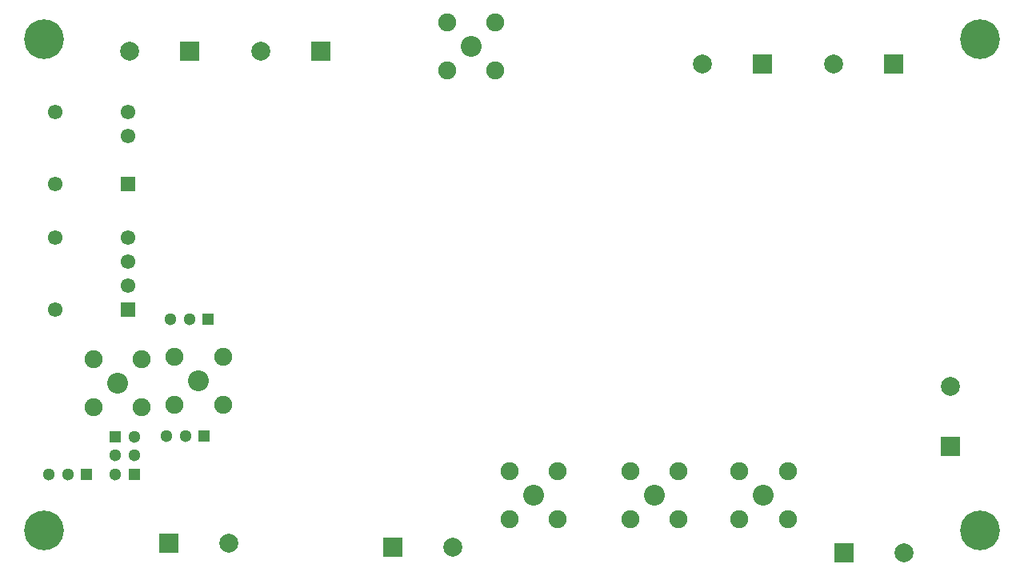
<source format=gbs>
G04*
G04 #@! TF.GenerationSoftware,Altium Limited,Altium Designer,22.0.2 (36)*
G04*
G04 Layer_Color=16711935*
%FSLAX44Y44*%
%MOMM*%
G71*
G04*
G04 #@! TF.SameCoordinates,A00C5D83-CF48-4284-9485-F4BE2AF80D81*
G04*
G04*
G04 #@! TF.FilePolarity,Negative*
G04*
G01*
G75*
%ADD59C,1.9050*%
%ADD60C,2.2098*%
%ADD61R,1.3000X1.3000*%
%ADD62C,1.3000*%
%ADD63R,2.0032X2.0032*%
%ADD64C,2.0032*%
%ADD65R,2.0032X2.0032*%
%ADD66C,4.2032*%
%ADD67C,1.5500*%
%ADD68R,1.5500X1.5500*%
%ADD69R,1.3000X1.3000*%
D59*
X103250Y181750D02*
D03*
Y130696D02*
D03*
X52196D02*
D03*
Y181750D02*
D03*
X671527Y63304D02*
D03*
Y12250D02*
D03*
X620473D02*
D03*
Y63304D02*
D03*
X786777D02*
D03*
Y12250D02*
D03*
X735723D02*
D03*
Y63304D02*
D03*
X189000Y184304D02*
D03*
Y133250D02*
D03*
X137946D02*
D03*
Y184304D02*
D03*
X543500Y63304D02*
D03*
Y12250D02*
D03*
X492446D02*
D03*
Y63304D02*
D03*
X477527Y486973D02*
D03*
X426473D02*
D03*
Y538027D02*
D03*
X477527D02*
D03*
D60*
X77723Y156223D02*
D03*
X646000Y37777D02*
D03*
X761250D02*
D03*
X163473Y158777D02*
D03*
X517973Y37777D02*
D03*
X452000Y512500D02*
D03*
D61*
X173709Y223750D02*
D03*
X169250Y100250D02*
D03*
X45000Y59500D02*
D03*
D62*
X153709Y223750D02*
D03*
X133709D02*
D03*
X95000Y99750D02*
D03*
Y79750D02*
D03*
X75000Y59750D02*
D03*
Y79750D02*
D03*
X149250Y100250D02*
D03*
X129250D02*
D03*
X5000Y59500D02*
D03*
X25000D02*
D03*
D63*
X898587Y493924D02*
D03*
X760338D02*
D03*
X846641Y-23423D02*
D03*
X368500Y-17500D02*
D03*
X131500Y-13000D02*
D03*
X153500Y507500D02*
D03*
X293000D02*
D03*
D64*
X835087Y493924D02*
D03*
X696838D02*
D03*
X958849Y152770D02*
D03*
X910141Y-23423D02*
D03*
X432000Y-17500D02*
D03*
X195000Y-13000D02*
D03*
X90000Y507500D02*
D03*
X229500D02*
D03*
D65*
X958849Y89270D02*
D03*
D66*
X990000Y520000D02*
D03*
Y0D02*
D03*
X0D02*
D03*
Y520000D02*
D03*
D67*
X11250Y309850D02*
D03*
Y233650D02*
D03*
X88250Y309850D02*
D03*
Y284450D02*
D03*
Y259050D02*
D03*
X11250Y366650D02*
D03*
Y442850D02*
D03*
X88250D02*
D03*
Y417450D02*
D03*
D68*
Y233650D02*
D03*
Y366650D02*
D03*
D69*
X95000Y59750D02*
D03*
X75000Y99750D02*
D03*
M02*

</source>
